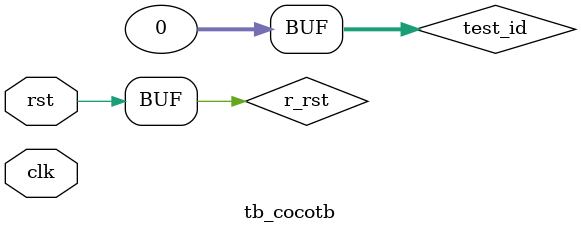
<source format=v>
`timescale 1ns/1ps

`include "sata_defines.v"

module tb_cocotb (

//Parameters
//Registers/Wires
input               rst,              //reset
input               clk,

);
reg     [31:0]      test_id = 0;



//There is a bug in COCOTB when stiumlating a signal, sometimes it can be corrupted if not registered
always @ (*) r_rst                = rst;

//Submodules

//Asynchronous Logic
//Synchronous Logic
//Simulation Control
initial begin
  $dumpfile ("design.vcd");
  $dumpvars(0, tb_cocotb);
end

endmodule

</source>
